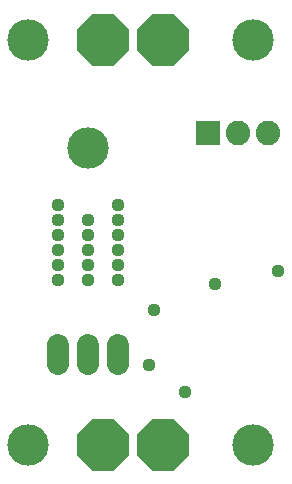
<source format=gbs>
G75*
G70*
%OFA0B0*%
%FSLAX24Y24*%
%IPPOS*%
%LPD*%
%AMOC8*
5,1,8,0,0,1.08239X$1,22.5*
%
%ADD10C,0.0740*%
%ADD11C,0.1380*%
%ADD12OC8,0.1720*%
%ADD13R,0.0820X0.0820*%
%ADD14C,0.0820*%
%ADD15C,0.0440*%
D10*
X002661Y004271D02*
X002661Y004931D01*
X003661Y004931D02*
X003661Y004271D01*
X004661Y004271D02*
X004661Y004931D01*
D11*
X001661Y001601D03*
X003661Y011501D03*
X001661Y015101D03*
X009161Y015101D03*
X009161Y001601D03*
D12*
X006161Y001601D03*
X004161Y001601D03*
X004161Y015101D03*
X006161Y015101D03*
D13*
X007661Y011981D03*
D14*
X008661Y011981D03*
X009661Y011981D03*
D15*
X010011Y007401D03*
X007911Y006951D03*
X005861Y006101D03*
X004661Y007101D03*
X004661Y007601D03*
X004661Y008101D03*
X004661Y008601D03*
X004661Y009101D03*
X004661Y009601D03*
X003661Y009101D03*
X003661Y008601D03*
X003661Y008101D03*
X003661Y007601D03*
X003661Y007101D03*
X002661Y007101D03*
X002661Y007601D03*
X002661Y008101D03*
X002661Y008601D03*
X002661Y009101D03*
X002661Y009601D03*
X005711Y004251D03*
X006911Y003351D03*
M02*

</source>
